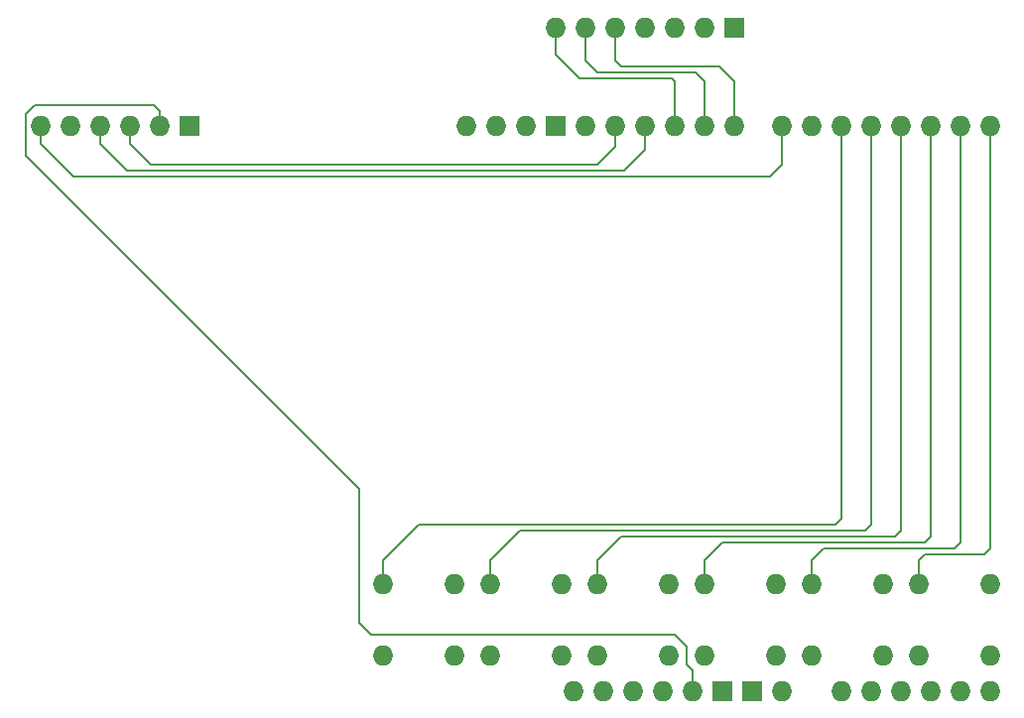
<source format=gbr>
%TF.GenerationSoftware,KiCad,Pcbnew,7.0.11+dfsg-1build4*%
%TF.CreationDate,2025-05-03T14:01:42-04:00*%
%TF.ProjectId,Peripherals Board,50657269-7068-4657-9261-6c7320426f61,rev?*%
%TF.SameCoordinates,Original*%
%TF.FileFunction,Copper,L1,Top*%
%TF.FilePolarity,Positive*%
%FSLAX46Y46*%
G04 Gerber Fmt 4.6, Leading zero omitted, Abs format (unit mm)*
G04 Created by KiCad (PCBNEW 7.0.11+dfsg-1build4) date 2025-05-03 14:01:42*
%MOMM*%
%LPD*%
G01*
G04 APERTURE LIST*
%TA.AperFunction,ComponentPad*%
%ADD10O,1.727200X1.727200*%
%TD*%
%TA.AperFunction,ComponentPad*%
%ADD11R,1.727200X1.727200*%
%TD*%
%TA.AperFunction,Conductor*%
%ADD12C,0.200000*%
%TD*%
G04 APERTURE END LIST*
D10*
%TO.P,,PB5_1*%
%TO.N,N/C*%
X165100000Y-117856000D03*
%TD*%
%TO.P,,PB3_1*%
%TO.N,N/C*%
X146812000Y-117856000D03*
%TD*%
%TO.P,,SDA*%
%TO.N,N/C*%
X150876000Y-70358000D03*
%TD*%
D11*
%TO.P,,GND*%
%TO.N,N/C*%
X112014000Y-78740000D03*
%TD*%
D10*
%TO.P,,PB2_3*%
%TO.N,N/C*%
X137668000Y-123952000D03*
%TD*%
D11*
%TO.P,,GND*%
%TO.N,N/C*%
X158496000Y-70358000D03*
%TD*%
D10*
%TO.P,,SCK*%
%TO.N,N/C*%
X153416000Y-70358000D03*
%TD*%
%TO.P,,5V*%
%TO.N,N/C*%
X109474000Y-78740000D03*
%TD*%
%TO.P,,PB6_1*%
%TO.N,N/C*%
X174244000Y-117856000D03*
%TD*%
%TO.P,,PB1_3*%
%TO.N,N/C*%
X128524000Y-123952000D03*
%TD*%
%TO.P,,PB5_3*%
%TO.N,N/C*%
X165100000Y-123952000D03*
%TD*%
%TO.P, ,3V3*%
%TO.N,N/C*%
X152400000Y-127000000D03*
%TO.P, ,5V1*%
X154940000Y-127000000D03*
%TO.P, ,A0*%
X167640000Y-127000000D03*
%TO.P, ,A1*%
X170180000Y-127000000D03*
%TO.P, ,A2*%
X172720000Y-127000000D03*
%TO.P, ,A3*%
X175260000Y-127000000D03*
%TO.P, ,A4*%
X177800000Y-127000000D03*
%TO.P, ,A5*%
X180340000Y-127000000D03*
%TO.P, ,AREF*%
X140716000Y-78740000D03*
%TO.P, ,BOOT*%
X144780000Y-127000000D03*
%TO.P, ,D0*%
X180340000Y-78740000D03*
%TO.P, ,D1*%
X177800000Y-78740000D03*
%TO.P, ,D2*%
X175260000Y-78740000D03*
%TO.P, ,D3*%
X172720000Y-78740000D03*
%TO.P, ,D4*%
X170180000Y-78740000D03*
%TO.P, ,D5*%
X167640000Y-78740000D03*
%TO.P, ,D6*%
X165100000Y-78740000D03*
%TO.P, ,D7*%
X162560000Y-78740000D03*
%TO.P, ,D8*%
X158496000Y-78740000D03*
%TO.P, ,D9*%
X155956000Y-78740000D03*
%TO.P, ,D10*%
X153416000Y-78740000D03*
%TO.P, ,D11*%
X150876000Y-78740000D03*
%TO.P, ,D12*%
X148336000Y-78740000D03*
%TO.P, ,D13*%
X145796000Y-78740000D03*
D11*
%TO.P, ,GND1*%
X143256000Y-78740000D03*
%TO.P, ,GND2*%
X157480000Y-127000000D03*
%TO.P, ,GND3*%
X160020000Y-127000000D03*
D10*
%TO.P, ,IORF*%
X147320000Y-127000000D03*
%TO.P, ,RST1*%
X149860000Y-127000000D03*
%TO.P, ,SCL*%
X135636000Y-78740000D03*
%TO.P, ,SDA*%
X138176000Y-78740000D03*
%TO.P, ,VIN*%
X162560000Y-127000000D03*
%TD*%
%TO.P,,PB1_2*%
%TO.N,N/C*%
X134620000Y-117856000D03*
%TD*%
%TO.P,,3V3*%
%TO.N,N/C*%
X155956000Y-70358000D03*
%TD*%
%TO.P,,MISO*%
%TO.N,N/C*%
X106934000Y-78740000D03*
%TD*%
%TO.P,,CS*%
%TO.N,N/C*%
X143256000Y-70358000D03*
%TD*%
%TO.P,,PB3_3*%
%TO.N,N/C*%
X146812000Y-123952000D03*
%TD*%
%TO.P,,PB5_2*%
%TO.N,N/C*%
X171196000Y-117856000D03*
%TD*%
%TO.P,,PB2_1*%
%TO.N,N/C*%
X137668000Y-117856000D03*
%TD*%
%TO.P,,PB5_4*%
%TO.N,N/C*%
X171196000Y-123952000D03*
%TD*%
%TO.P,,PB6_2*%
%TO.N,N/C*%
X180340000Y-117856000D03*
%TD*%
%TO.P,,RES*%
%TO.N,N/C*%
X148336000Y-70358000D03*
%TD*%
%TO.P,,PB1_4*%
%TO.N,N/C*%
X134620000Y-123952000D03*
%TD*%
%TO.P,,PB4_4*%
%TO.N,N/C*%
X162052000Y-123952000D03*
%TD*%
%TO.P,,PB1_1*%
%TO.N,N/C*%
X128524000Y-117856000D03*
%TD*%
%TO.P,,PB3_2*%
%TO.N,N/C*%
X152908000Y-117856000D03*
%TD*%
%TO.P,,PB4_1*%
%TO.N,N/C*%
X155956000Y-117856000D03*
%TD*%
%TO.P,,PB4_2*%
%TO.N,N/C*%
X162052000Y-117856000D03*
%TD*%
%TO.P,,MOSI*%
%TO.N,N/C*%
X104394000Y-78740000D03*
%TD*%
%TO.P,,SCK*%
%TO.N,N/C*%
X101854000Y-78740000D03*
%TD*%
%TO.P,,PB2_2*%
%TO.N,N/C*%
X143764000Y-117856000D03*
%TD*%
%TO.P,,PB2_4*%
%TO.N,N/C*%
X143764000Y-123952000D03*
%TD*%
%TO.P,,PB4_3*%
%TO.N,N/C*%
X155956000Y-123952000D03*
%TD*%
%TO.P,,PB6_4*%
%TO.N,N/C*%
X180340000Y-123952000D03*
%TD*%
%TO.P,,CS*%
%TO.N,N/C*%
X99314000Y-78740000D03*
%TD*%
%TO.P,,PB3_4*%
%TO.N,N/C*%
X152908000Y-123952000D03*
%TD*%
%TO.P,,DC*%
%TO.N,N/C*%
X145796000Y-70358000D03*
%TD*%
%TO.P,,PB6_3*%
%TO.N,N/C*%
X174244000Y-123952000D03*
%TD*%
D12*
%TO.N,*%
X148844000Y-113792000D02*
X172212000Y-113792000D01*
X174244000Y-117856000D02*
X174244000Y-115824000D01*
X128524000Y-117856000D02*
X128524000Y-115824000D01*
X153162000Y-74676000D02*
X153416000Y-74930000D01*
X98044000Y-77724000D02*
X98044000Y-81280000D01*
X148844000Y-73660000D02*
X157226000Y-73660000D01*
X162560000Y-82042000D02*
X162560000Y-78740000D01*
X99314000Y-80264000D02*
X102108000Y-83058000D01*
X98044000Y-81280000D02*
X126492000Y-109728000D01*
X104394000Y-80264000D02*
X106680000Y-82550000D01*
X108712000Y-82042000D02*
X146812000Y-82042000D01*
X143256000Y-72644000D02*
X145288000Y-74676000D01*
X153416000Y-74930000D02*
X153416000Y-78740000D01*
X127508000Y-122174000D02*
X153416000Y-122174000D01*
X172212000Y-113792000D02*
X172720000Y-113284000D01*
X106934000Y-78740000D02*
X106934000Y-80264000D01*
X154432000Y-124714000D02*
X154940000Y-125222000D01*
X98806000Y-76962000D02*
X98044000Y-77724000D01*
X145796000Y-70358000D02*
X145796000Y-73152000D01*
X128524000Y-115824000D02*
X131572000Y-112776000D01*
X137668000Y-115824000D02*
X140208000Y-113284000D01*
X165100000Y-115824000D02*
X166116000Y-114808000D01*
X146812000Y-82042000D02*
X148336000Y-80518000D01*
X174244000Y-115824000D02*
X174752000Y-115316000D01*
X154432000Y-123190000D02*
X154432000Y-124714000D01*
X109474000Y-77470000D02*
X108966000Y-76962000D01*
X126492000Y-121158000D02*
X127508000Y-122174000D01*
X148336000Y-73152000D02*
X148844000Y-73660000D01*
X104394000Y-78740000D02*
X104394000Y-80264000D01*
X175260000Y-113792000D02*
X175260000Y-78740000D01*
X167640000Y-112268000D02*
X167640000Y-78740000D01*
X154940000Y-125222000D02*
X154940000Y-127000000D01*
X137668000Y-117856000D02*
X137668000Y-115824000D01*
X131572000Y-112776000D02*
X167132000Y-112776000D01*
X140208000Y-113284000D02*
X169672000Y-113284000D01*
X146812000Y-74168000D02*
X155194000Y-74168000D01*
X180340000Y-114808000D02*
X180340000Y-78740000D01*
X146812000Y-115824000D02*
X148844000Y-113792000D01*
X170180000Y-112776000D02*
X170180000Y-78740000D01*
X145796000Y-73152000D02*
X146812000Y-74168000D01*
X149098000Y-82550000D02*
X150876000Y-80772000D01*
X153416000Y-122174000D02*
X154432000Y-123190000D01*
X179832000Y-115316000D02*
X180340000Y-114808000D01*
X155956000Y-74930000D02*
X155956000Y-78740000D01*
X148336000Y-80518000D02*
X148336000Y-78740000D01*
X155956000Y-115824000D02*
X157480000Y-114300000D01*
X150876000Y-80772000D02*
X150876000Y-78740000D01*
X102108000Y-83058000D02*
X161544000Y-83058000D01*
X157480000Y-114300000D02*
X174752000Y-114300000D01*
X109474000Y-78740000D02*
X109474000Y-77470000D01*
X169672000Y-113284000D02*
X170180000Y-112776000D01*
X172720000Y-113284000D02*
X172720000Y-78740000D01*
X167132000Y-112776000D02*
X167640000Y-112268000D01*
X177800000Y-114300000D02*
X177800000Y-78740000D01*
X143256000Y-70358000D02*
X143256000Y-72644000D01*
X106934000Y-80264000D02*
X108712000Y-82042000D01*
X161544000Y-83058000D02*
X162560000Y-82042000D01*
X177292000Y-114808000D02*
X177800000Y-114300000D01*
X158496000Y-74930000D02*
X158496000Y-78740000D01*
X155194000Y-74168000D02*
X155956000Y-74930000D01*
X166116000Y-114808000D02*
X177292000Y-114808000D01*
X126492000Y-109728000D02*
X126492000Y-121158000D01*
X157226000Y-73660000D02*
X158496000Y-74930000D01*
X108966000Y-76962000D02*
X98806000Y-76962000D01*
X146812000Y-117856000D02*
X146812000Y-115824000D01*
X174752000Y-114300000D02*
X175260000Y-113792000D01*
X99314000Y-78740000D02*
X99314000Y-80264000D01*
X148336000Y-70358000D02*
X148336000Y-73152000D01*
X155956000Y-117856000D02*
X155956000Y-115824000D01*
X165100000Y-117856000D02*
X165100000Y-115824000D01*
X145288000Y-74676000D02*
X153162000Y-74676000D01*
X106680000Y-82550000D02*
X149098000Y-82550000D01*
X174752000Y-115316000D02*
X179832000Y-115316000D01*
%TD*%
M02*

</source>
